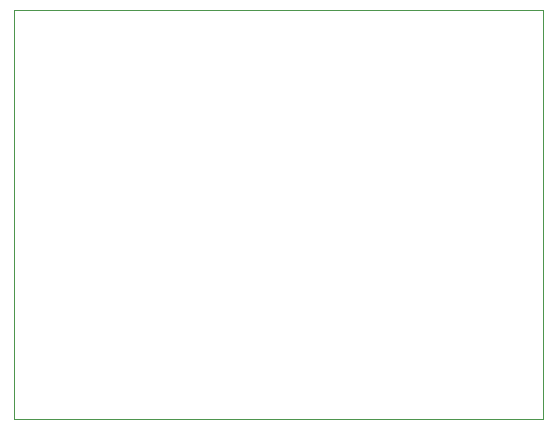
<source format=gm1>
G04 #@! TF.GenerationSoftware,KiCad,Pcbnew,(5.1.6)-1*
G04 #@! TF.CreationDate,2021-02-16T04:26:28-05:00*
G04 #@! TF.ProjectId,vent,76656e74-2e6b-4696-9361-645f70636258,rev?*
G04 #@! TF.SameCoordinates,Original*
G04 #@! TF.FileFunction,Profile,NP*
%FSLAX46Y46*%
G04 Gerber Fmt 4.6, Leading zero omitted, Abs format (unit mm)*
G04 Created by KiCad (PCBNEW (5.1.6)-1) date 2021-02-16 04:26:28*
%MOMM*%
%LPD*%
G01*
G04 APERTURE LIST*
G04 #@! TA.AperFunction,Profile*
%ADD10C,0.050000*%
G04 #@! TD*
G04 APERTURE END LIST*
D10*
X105841800Y-100838000D02*
X105841800Y-100812600D01*
X150698200Y-100838000D02*
X150698200Y-100812600D01*
X150698200Y-100812600D02*
X105841800Y-100812600D01*
X150698200Y-135382000D02*
X150698200Y-135458200D01*
X105841800Y-135382000D02*
X105841800Y-135458200D01*
X105841800Y-100838000D02*
X105841800Y-100939600D01*
X105841800Y-135382000D02*
X105841800Y-100939600D01*
X150698200Y-135458200D02*
X105841800Y-135458200D01*
X150698200Y-100838000D02*
X150698200Y-135382000D01*
M02*

</source>
